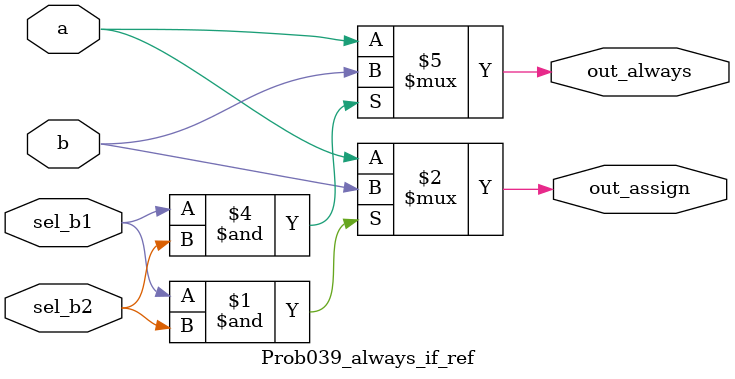
<source format=sv>

module Prob039_always_if_ref (
  input a,
  input b,
  input sel_b1,
  input sel_b2,
  output out_assign,
  output reg out_always
);

  assign out_assign = (sel_b1 & sel_b2) ? b : a;
  always @(*) out_always = (sel_b1 & sel_b2) ? b : a;

endmodule


</source>
